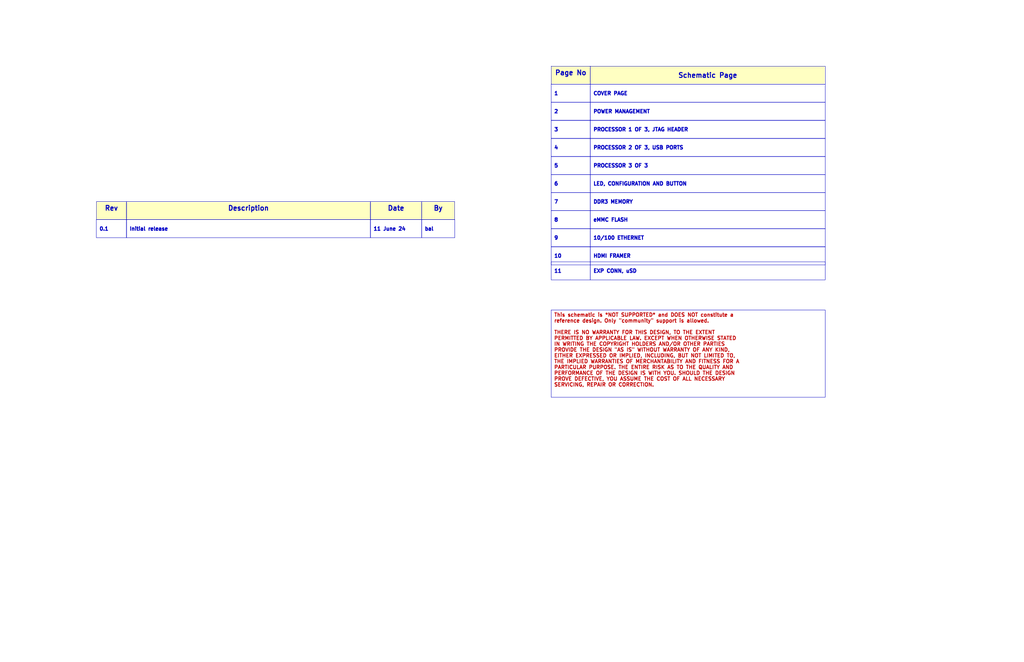
<source format=kicad_sch>
(kicad_sch
	(version 20231120)
	(generator "eeschema")
	(generator_version "8.0")
	(uuid "01478e3d-58c3-4ed1-bf36-bee13a363047")
	(paper "B")
	(title_block
		(title "ginger-micro-board Cover Page")
	)
	(lib_symbols)
	(text_box "3"
		(exclude_from_sim no)
		(at 232.41 50.8 0)
		(size 16.51 7.62)
		(stroke
			(width 0)
			(type default)
		)
		(fill
			(type none)
		)
		(effects
			(font
				(size 1.524 1.524)
				(thickness 0.4064)
				(bold yes)
			)
			(justify left)
		)
		(uuid "0646a8d3-3216-4284-82e5-4a0b33f24518")
	)
	(text_box "PROCESSOR 1 OF 3, JTAG HEADER"
		(exclude_from_sim no)
		(at 248.92 50.8 0)
		(size 99.06 7.62)
		(stroke
			(width 0)
			(type default)
		)
		(fill
			(type none)
		)
		(effects
			(font
				(size 1.524 1.524)
				(thickness 0.4064)
				(bold yes)
			)
			(justify left)
		)
		(uuid "0a0c0ab6-670d-4290-9146-031282582444")
	)
	(text_box "11 June 24"
		(exclude_from_sim no)
		(at 156.21 92.71 0)
		(size 21.59 7.62)
		(stroke
			(width 0)
			(type default)
		)
		(fill
			(type none)
		)
		(effects
			(font
				(size 1.524 1.524)
				(thickness 0.4064)
				(bold yes)
			)
			(justify left)
		)
		(uuid "0bd60847-86a0-45a4-8d33-2129fa4c6d5a")
	)
	(text_box "Initial release"
		(exclude_from_sim no)
		(at 53.34 92.71 0)
		(size 102.87 7.62)
		(stroke
			(width 0)
			(type default)
		)
		(fill
			(type none)
		)
		(effects
			(font
				(size 1.524 1.524)
				(thickness 0.4064)
				(bold yes)
			)
			(justify left)
		)
		(uuid "0f7aa1ff-0ba0-4bca-bce2-22207e9481db")
	)
	(text_box "COVER PAGE"
		(exclude_from_sim no)
		(at 248.92 35.56 0)
		(size 99.06 7.62)
		(stroke
			(width 0)
			(type default)
		)
		(fill
			(type none)
		)
		(effects
			(font
				(size 1.524 1.524)
				(thickness 0.4064)
				(bold yes)
			)
			(justify left)
		)
		(uuid "1723e0a0-8c1c-4398-8613-7f691cf01e75")
	)
	(text_box "7"
		(exclude_from_sim no)
		(at 232.41 81.28 0)
		(size 16.51 7.62)
		(stroke
			(width 0)
			(type default)
		)
		(fill
			(type none)
		)
		(effects
			(font
				(size 1.524 1.524)
				(thickness 0.4064)
				(bold yes)
			)
			(justify left)
		)
		(uuid "187f3e91-d030-49ae-8482-abc588deb637")
	)
	(text_box "1"
		(exclude_from_sim no)
		(at 232.41 35.56 0)
		(size 16.51 7.62)
		(stroke
			(width 0)
			(type default)
		)
		(fill
			(type none)
		)
		(effects
			(font
				(size 1.524 1.524)
				(thickness 0.4064)
				(bold yes)
			)
			(justify left)
		)
		(uuid "2830beed-1a89-4bca-8a80-fe34e5531b3c")
	)
	(text_box "11"
		(exclude_from_sim no)
		(at 232.41 110.49 0)
		(size 16.51 7.62)
		(stroke
			(width 0)
			(type default)
		)
		(fill
			(type none)
		)
		(effects
			(font
				(size 1.524 1.524)
				(thickness 0.4064)
				(bold yes)
			)
			(justify left)
		)
		(uuid "3844585a-1b53-499d-a77d-9a520549c1bd")
	)
	(text_box "6"
		(exclude_from_sim no)
		(at 232.41 73.66 0)
		(size 16.51 7.62)
		(stroke
			(width 0)
			(type default)
		)
		(fill
			(type none)
		)
		(effects
			(font
				(size 1.524 1.524)
				(thickness 0.4064)
				(bold yes)
			)
			(justify left)
		)
		(uuid "409fbd0a-e8be-489e-861a-ef4d0632506a")
	)
	(text_box "8"
		(exclude_from_sim no)
		(at 232.41 88.9 0)
		(size 16.51 7.62)
		(stroke
			(width 0)
			(type default)
		)
		(fill
			(type none)
		)
		(effects
			(font
				(size 1.524 1.524)
				(thickness 0.4064)
				(bold yes)
			)
			(justify left)
		)
		(uuid "4348de60-c40e-46a5-9ce3-645ddc557c0f")
	)
	(text_box "PROCESSOR 2 OF 3, USB PORTS"
		(exclude_from_sim no)
		(at 248.92 58.42 0)
		(size 99.06 7.62)
		(stroke
			(width 0)
			(type default)
		)
		(fill
			(type none)
		)
		(effects
			(font
				(size 1.524 1.524)
				(thickness 0.4064)
				(bold yes)
			)
			(justify left)
		)
		(uuid "4683a84f-556a-459a-b2da-59daa85d097c")
	)
	(text_box "PROCESSOR 3 OF 3"
		(exclude_from_sim no)
		(at 248.92 66.04 0)
		(size 99.06 7.62)
		(stroke
			(width 0)
			(type default)
		)
		(fill
			(type none)
		)
		(effects
			(font
				(size 1.524 1.524)
				(thickness 0.4064)
				(bold yes)
			)
			(justify left)
		)
		(uuid "4a36f94d-371a-4b2d-9efe-f14416cc8188")
	)
	(text_box "By"
		(exclude_from_sim no)
		(at 177.8 85.09 0)
		(size 13.97 7.62)
		(stroke
			(width 0)
			(type default)
		)
		(fill
			(type color)
			(color 255 255 194 1)
		)
		(effects
			(font
				(size 2.032 2.032)
				(thickness 0.4064)
				(bold yes)
			)
			(justify top)
		)
		(uuid "5f6b9880-a6b9-462d-bdfa-fa771c768564")
	)
	(text_box "9"
		(exclude_from_sim no)
		(at 232.41 96.52 0)
		(size 16.51 7.62)
		(stroke
			(width 0)
			(type default)
		)
		(fill
			(type none)
		)
		(effects
			(font
				(size 1.524 1.524)
				(thickness 0.4064)
				(bold yes)
			)
			(justify left)
		)
		(uuid "60a129c6-3128-4ff3-ba0f-6b5c02629420")
	)
	(text_box "0.1"
		(exclude_from_sim no)
		(at 40.64 92.71 0)
		(size 12.7 7.62)
		(stroke
			(width 0)
			(type default)
		)
		(fill
			(type none)
		)
		(effects
			(font
				(size 1.524 1.524)
				(thickness 0.4064)
				(bold yes)
			)
			(justify left)
		)
		(uuid "626d6d06-01f0-4764-a75d-e338a97dc35e")
	)
	(text_box "DDR3 MEMORY"
		(exclude_from_sim no)
		(at 248.92 81.28 0)
		(size 99.06 7.62)
		(stroke
			(width 0)
			(type default)
		)
		(fill
			(type none)
		)
		(effects
			(font
				(size 1.524 1.524)
				(thickness 0.4064)
				(bold yes)
			)
			(justify left)
		)
		(uuid "6b8dd8c1-cdc7-40da-8a0f-b7b208b2a0ce")
	)
	(text_box "4"
		(exclude_from_sim no)
		(at 232.41 58.42 0)
		(size 16.51 7.62)
		(stroke
			(width 0)
			(type default)
		)
		(fill
			(type none)
		)
		(effects
			(font
				(size 1.524 1.524)
				(thickness 0.4064)
				(bold yes)
			)
			(justify left)
		)
		(uuid "7ea9ac27-b3da-477b-8f15-cb26ec72644a")
	)
	(text_box "5"
		(exclude_from_sim no)
		(at 232.41 66.04 0)
		(size 16.51 7.62)
		(stroke
			(width 0)
			(type default)
		)
		(fill
			(type none)
		)
		(effects
			(font
				(size 1.524 1.524)
				(thickness 0.4064)
				(bold yes)
			)
			(justify left)
		)
		(uuid "85f5be0a-38a2-4fea-93d5-ca2c8243e452")
	)
	(text_box "bal"
		(exclude_from_sim no)
		(at 177.8 92.71 0)
		(size 13.97 7.62)
		(stroke
			(width 0)
			(type default)
		)
		(fill
			(type none)
		)
		(effects
			(font
				(size 1.524 1.524)
				(thickness 0.4064)
				(bold yes)
			)
			(justify left)
		)
		(uuid "874a56d8-dd3e-46ac-a0bf-09f089e97734")
	)
	(text_box "Date"
		(exclude_from_sim no)
		(at 156.21 85.09 0)
		(size 21.59 7.62)
		(stroke
			(width 0)
			(type default)
		)
		(fill
			(type color)
			(color 255 255 194 1)
		)
		(effects
			(font
				(size 2.032 2.032)
				(thickness 0.4064)
				(bold yes)
			)
			(justify top)
		)
		(uuid "908c5ce9-0580-4f49-990c-1c68ae0a4a72")
	)
	(text_box "POWER MANAGEMENT"
		(exclude_from_sim no)
		(at 248.92 43.18 0)
		(size 99.06 7.62)
		(stroke
			(width 0)
			(type default)
		)
		(fill
			(type none)
		)
		(effects
			(font
				(size 1.524 1.524)
				(thickness 0.4064)
				(bold yes)
			)
			(justify left)
		)
		(uuid "91d07a60-8b00-4770-94f8-ed6a762b08e7")
	)
	(text_box "eMMC FLASH"
		(exclude_from_sim no)
		(at 248.92 88.9 0)
		(size 99.06 7.62)
		(stroke
			(width 0)
			(type default)
		)
		(fill
			(type none)
		)
		(effects
			(font
				(size 1.524 1.524)
				(thickness 0.4064)
				(bold yes)
			)
			(justify left)
		)
		(uuid "9c8347ce-9508-49a3-b05e-0e36746f4878")
	)
	(text_box "Description"
		(exclude_from_sim no)
		(at 53.34 85.09 0)
		(size 102.87 7.62)
		(stroke
			(width 0)
			(type default)
		)
		(fill
			(type color)
			(color 255 255 194 1)
		)
		(effects
			(font
				(size 2.032 2.032)
				(thickness 0.4064)
				(bold yes)
			)
			(justify top)
		)
		(uuid "9d8cb498-ce58-4737-b711-5524316cc73d")
	)
	(text_box "Rev"
		(exclude_from_sim no)
		(at 40.64 85.09 0)
		(size 12.7 7.62)
		(stroke
			(width 0)
			(type default)
		)
		(fill
			(type color)
			(color 255 255 194 1)
		)
		(effects
			(font
				(size 2.032 2.032)
				(thickness 0.4064)
				(bold yes)
			)
			(justify top)
		)
		(uuid "a6afd9b4-5af9-49b9-a9ec-580ee750fc08")
	)
	(text_box "10"
		(exclude_from_sim no)
		(at 232.41 104.14 0)
		(size 16.51 7.62)
		(stroke
			(width 0)
			(type default)
		)
		(fill
			(type none)
		)
		(effects
			(font
				(size 1.524 1.524)
				(thickness 0.4064)
				(bold yes)
			)
			(justify left)
		)
		(uuid "b19f6da7-60ad-4c12-8f4d-b68b05030c19")
	)
	(text_box "10/100 ETHERNET"
		(exclude_from_sim no)
		(at 248.92 96.52 0)
		(size 99.06 7.62)
		(stroke
			(width 0)
			(type default)
		)
		(fill
			(type none)
		)
		(effects
			(font
				(size 1.524 1.524)
				(thickness 0.4064)
				(bold yes)
			)
			(justify left)
		)
		(uuid "b35bf8b4-3919-4e28-b153-d346317b793f")
	)
	(text_box "HDMI FRAMER"
		(exclude_from_sim no)
		(at 248.92 104.14 0)
		(size 99.06 7.62)
		(stroke
			(width 0)
			(type default)
		)
		(fill
			(type none)
		)
		(effects
			(font
				(size 1.524 1.524)
				(thickness 0.4064)
				(bold yes)
			)
			(justify left)
		)
		(uuid "bbcb6383-13b3-41d6-b7a4-750eb42a47d1")
	)
	(text_box "Page No"
		(exclude_from_sim no)
		(at 232.41 27.94 0)
		(size 16.51 7.62)
		(stroke
			(width 0)
			(type default)
		)
		(fill
			(type color)
			(color 255 255 194 1)
		)
		(effects
			(font
				(size 2.032 2.032)
				(thickness 0.4064)
				(bold yes)
			)
			(justify left top)
		)
		(uuid "c0aab601-1536-4b44-bff4-e6ac494381bd")
	)
	(text_box "This schematic is *NOT SUPPORTED* and DOES NOT constitute a\nreference design. Only \"community\" support is allowed.\n\nTHERE IS NO WARRANTY FOR THIS DESIGN, TO THE EXTENT\nPERMITTED BY APPLICABLE LAW. EXCEPT WHEN OTHERWISE STATED\nIN WRITING THE COPYRIGHT HOLDERS AND/OR OTHER PARTIES\nPROVIDE THE DESIGN \"AS IS\" WITHOUT WARRANTY OF ANY KIND,\nEITHER EXPRESSED OR IMPLIED, INCLUDING, BUT NOT LIMITED TO,\nTHE IMPLIED WARRANTIES OF MERCHANTABILITY AND FITNESS FOR A\nPARTICULAR PURPOSE. THE ENTIRE RISK AS TO THE QUALITY AND\nPERFORMANCE OF THE DESIGN IS WITH YOU. SHOULD THE DESIGN\nPROVE DEFECTIVE, YOU ASSUME THE COST OF ALL NECESSARY\nSERVICING, REPAIR OR CORRECTION."
		(exclude_from_sim no)
		(at 232.41 130.81 0)
		(size 115.57 36.83)
		(stroke
			(width 0)
			(type default)
		)
		(fill
			(type none)
		)
		(effects
			(font
				(size 1.524 1.524)
				(thickness 0.3048)
				(bold yes)
				(color 194 0 0 1)
			)
			(justify left top)
		)
		(uuid "c769a503-ff74-4d29-a0e4-00897a8dbb39")
	)
	(text_box "Schematic Page"
		(exclude_from_sim no)
		(at 248.92 27.94 0)
		(size 99.06 7.62)
		(stroke
			(width 0)
			(type default)
		)
		(fill
			(type color)
			(color 255 255 194 1)
		)
		(effects
			(font
				(size 2.032 2.032)
				(thickness 0.4064)
				(bold yes)
			)
		)
		(uuid "c93396b0-8e07-4854-9878-df48da1212cf")
	)
	(text_box "2"
		(exclude_from_sim no)
		(at 232.41 43.18 0)
		(size 16.51 7.62)
		(stroke
			(width 0)
			(type default)
		)
		(fill
			(type none)
		)
		(effects
			(font
				(size 1.524 1.524)
				(thickness 0.4064)
				(bold yes)
			)
			(justify left)
		)
		(uuid "d85ca707-a5d0-4cdf-8258-5f2da51b2940")
	)
	(text_box "EXP CONN, uSD"
		(exclude_from_sim no)
		(at 248.92 110.49 0)
		(size 99.06 7.62)
		(stroke
			(width 0)
			(type default)
		)
		(fill
			(type none)
		)
		(effects
			(font
				(size 1.524 1.524)
				(thickness 0.4064)
				(bold yes)
			)
			(justify left)
		)
		(uuid "d9cfca0d-f389-47c1-b41a-c2f9d8934687")
	)
	(text_box "LED, CONFIGURATION AND BUTTON"
		(exclude_from_sim no)
		(at 248.92 73.66 0)
		(size 99.06 7.62)
		(stroke
			(width 0)
			(type default)
		)
		(fill
			(type none)
		)
		(effects
			(font
				(size 1.524 1.524)
				(thickness 0.4064)
				(bold yes)
			)
			(justify left)
		)
		(uuid "e4057c56-59dc-4e8e-8afa-3ece86a1ed4c")
	)
)

</source>
